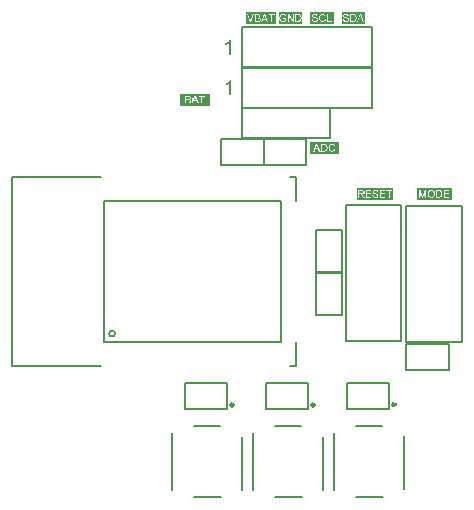
<source format=gto>
G04*
G04 #@! TF.GenerationSoftware,Altium Limited,Altium Designer,19.0.15 (446)*
G04*
G04 Layer_Color=65535*
%FSLAX44Y44*%
%MOMM*%
G71*
G01*
G75*
%ADD10C,0.3000*%
%ADD11C,0.1270*%
%ADD12C,0.2000*%
%ADD13C,0.1999*%
G36*
X507250Y560500D02*
X487250D01*
Y570500D01*
X507250D01*
Y560500D01*
D02*
G37*
G36*
X533750D02*
X513750D01*
Y570500D01*
X533750D01*
Y560500D01*
D02*
G37*
G36*
X560750D02*
X540750D01*
Y570500D01*
X560750D01*
Y560500D01*
D02*
G37*
G36*
X484750Y560250D02*
X459750D01*
Y570250D01*
X484750D01*
Y560250D01*
D02*
G37*
G36*
X429000Y491250D02*
X404000D01*
Y501250D01*
X429000D01*
Y491250D01*
D02*
G37*
G36*
X584000Y411500D02*
X554000D01*
Y421500D01*
X584000D01*
Y411500D01*
D02*
G37*
G36*
X634006D02*
X604006D01*
Y421500D01*
X634006D01*
Y411500D01*
D02*
G37*
G36*
X538500Y450500D02*
X513500D01*
Y460500D01*
X538500D01*
Y450500D01*
D02*
G37*
G36*
X446910Y534416D02*
X445362D01*
Y544269D01*
X445344Y544250D01*
X445252Y544178D01*
X445143Y544068D01*
X444961Y543941D01*
X444761Y543777D01*
X444506Y543595D01*
X444214Y543394D01*
X443887Y543194D01*
X443868D01*
X443850Y543176D01*
X443741Y543103D01*
X443559Y543012D01*
X443340Y542903D01*
X443085Y542775D01*
X442812Y542648D01*
X442539Y542520D01*
X442266Y542411D01*
Y543904D01*
X442284D01*
X442320Y543941D01*
X442393Y543959D01*
X442484Y544014D01*
X442594Y544068D01*
X442721Y544141D01*
X443031Y544323D01*
X443395Y544524D01*
X443759Y544779D01*
X444142Y545070D01*
X444524Y545379D01*
X444542Y545398D01*
X444561Y545416D01*
X444615Y545471D01*
X444688Y545525D01*
X444852Y545707D01*
X445070Y545926D01*
X445289Y546181D01*
X445526Y546472D01*
X445726Y546764D01*
X445908Y547073D01*
X446910D01*
Y534416D01*
D02*
G37*
G36*
X446947Y500126D02*
X445399D01*
Y509979D01*
X445381Y509960D01*
X445290Y509888D01*
X445180Y509778D01*
X444998Y509651D01*
X444798Y509487D01*
X444543Y509305D01*
X444252Y509104D01*
X443924Y508904D01*
X443905D01*
X443887Y508886D01*
X443778Y508813D01*
X443596Y508722D01*
X443377Y508613D01*
X443122Y508485D01*
X442849Y508358D01*
X442576Y508230D01*
X442303Y508121D01*
Y509614D01*
X442321D01*
X442357Y509651D01*
X442430Y509669D01*
X442521Y509724D01*
X442631Y509778D01*
X442758Y509851D01*
X443068Y510033D01*
X443432Y510233D01*
X443796Y510489D01*
X444179Y510780D01*
X444561Y511090D01*
X444579Y511108D01*
X444598Y511126D01*
X444652Y511181D01*
X444725Y511235D01*
X444889Y511417D01*
X445107Y511636D01*
X445326Y511891D01*
X445563Y512182D01*
X445763Y512474D01*
X445945Y512783D01*
X446947D01*
Y500126D01*
D02*
G37*
%LPC*%
G36*
X493718Y568810D02*
X487792D01*
X490815D01*
X490649Y568791D01*
X490325Y568745D01*
X490177Y568717D01*
X490038Y568680D01*
X489909Y568653D01*
X489789Y568616D01*
X489678Y568579D01*
X489585Y568542D01*
X489502Y568505D01*
X489428Y568477D01*
X489373Y568449D01*
X489336Y568431D01*
X489308Y568422D01*
X489299Y568412D01*
X489169Y568329D01*
X489040Y568246D01*
X488818Y568052D01*
X488624Y567858D01*
X488467Y567654D01*
X488337Y567478D01*
X488291Y567405D01*
X488254Y567331D01*
X488217Y567275D01*
X488199Y567238D01*
X488189Y567210D01*
X488180Y567201D01*
X488051Y566896D01*
X487958Y566591D01*
X487884Y566295D01*
X487866Y566156D01*
X487838Y566027D01*
X487829Y565907D01*
X487810Y565805D01*
X487801Y565703D01*
Y565620D01*
X487792Y565555D01*
Y565463D01*
X487810Y565121D01*
X487856Y564797D01*
X487884Y564649D01*
X487912Y564511D01*
X487949Y564372D01*
X487986Y564252D01*
X488023Y564141D01*
X488060Y564048D01*
X488088Y563956D01*
X488115Y563891D01*
X488143Y563826D01*
X488162Y563790D01*
X488180Y563762D01*
Y563753D01*
X488346Y563484D01*
X488531Y563253D01*
X488726Y563050D01*
X488910Y562883D01*
X489086Y562754D01*
X489151Y562708D01*
X489216Y562662D01*
X489271Y562634D01*
X489308Y562606D01*
X489336Y562597D01*
X489345Y562588D01*
X489493Y562514D01*
X489641Y562458D01*
X489937Y562356D01*
X490223Y562292D01*
X490491Y562236D01*
X490612Y562227D01*
X490723Y562209D01*
X490824Y562199D01*
X490908D01*
X490972Y562190D01*
X491065D01*
X491324Y562199D01*
X491573Y562227D01*
X491804Y562273D01*
X492008Y562319D01*
X492091Y562338D01*
X492174Y562356D01*
X492248Y562384D01*
X492313Y562403D01*
X492359Y562421D01*
X492396Y562430D01*
X492415Y562440D01*
X492424D01*
X492673Y562541D01*
X492905Y562662D01*
X493126Y562791D01*
X493321Y562911D01*
X493404Y562967D01*
X493487Y563022D01*
X493552Y563068D01*
X493607Y563105D01*
X493653Y563142D01*
X493690Y563170D01*
X493709Y563179D01*
X493718Y563189D01*
Y562588D01*
Y566008D01*
Y565565D01*
X491000D01*
Y564807D01*
X492886D01*
Y563605D01*
X492775Y563512D01*
X492646Y563429D01*
X492507Y563355D01*
X492378Y563290D01*
X492267Y563235D01*
X492165Y563189D01*
X492128Y563170D01*
X492109Y563161D01*
X492091Y563152D01*
X492082D01*
X491888Y563087D01*
X491693Y563031D01*
X491518Y562994D01*
X491351Y562976D01*
X491213Y562957D01*
X491157D01*
X491102Y562948D01*
X491009D01*
X490778Y562957D01*
X490556Y562994D01*
X490353Y563041D01*
X490168Y563087D01*
X490020Y563142D01*
X489955Y563161D01*
X489909Y563179D01*
X489863Y563198D01*
X489835Y563216D01*
X489817Y563226D01*
X489807D01*
X489613Y563346D01*
X489437Y563475D01*
X489290Y563614D01*
X489169Y563753D01*
X489068Y563882D01*
X489003Y563984D01*
X488975Y564021D01*
X488966Y564048D01*
X488947Y564067D01*
Y564076D01*
X488855Y564307D01*
X488781Y564548D01*
X488735Y564788D01*
X488698Y565019D01*
X488689Y565121D01*
X488679Y565213D01*
X488670Y565306D01*
Y565380D01*
X488661Y565435D01*
Y565481D01*
Y565509D01*
Y565518D01*
X488670Y565777D01*
X488698Y566008D01*
X488735Y566230D01*
X488781Y566424D01*
X488800Y566508D01*
X488827Y566582D01*
X488846Y566646D01*
X488864Y566702D01*
X488883Y566748D01*
X488892Y566776D01*
X488901Y566794D01*
Y566804D01*
X488966Y566933D01*
X489031Y567053D01*
X489095Y567164D01*
X489160Y567257D01*
X489216Y567331D01*
X489262Y567395D01*
X489299Y567432D01*
X489308Y567442D01*
X489410Y567543D01*
X489521Y567636D01*
X489641Y567710D01*
X489752Y567784D01*
X489844Y567830D01*
X489918Y567876D01*
X489974Y567895D01*
X489992Y567904D01*
X490159Y567969D01*
X490325Y568015D01*
X490501Y568042D01*
X490658Y568070D01*
X490797Y568079D01*
X490852D01*
X490898Y568089D01*
X491000D01*
X491176Y568079D01*
X491342Y568061D01*
X491490Y568033D01*
X491619Y568005D01*
X491730Y567969D01*
X491814Y567941D01*
X491860Y567922D01*
X491878Y567913D01*
X492017Y567848D01*
X492137Y567774D01*
X492248Y567700D01*
X492331Y567626D01*
X492396Y567562D01*
X492452Y567515D01*
X492479Y567478D01*
X492489Y567469D01*
X492572Y567358D01*
X492636Y567229D01*
X492701Y567109D01*
X492757Y566979D01*
X492794Y566868D01*
X492821Y566785D01*
X492831Y566748D01*
X492840Y566720D01*
X492849Y566711D01*
Y566702D01*
X493616Y566905D01*
X493552Y567136D01*
X493469Y567340D01*
X493385Y567525D01*
X493311Y567673D01*
X493237Y567793D01*
X493182Y567876D01*
X493145Y567932D01*
X493126Y567950D01*
X492997Y568098D01*
X492858Y568218D01*
X492710Y568329D01*
X492572Y568422D01*
X492442Y568486D01*
X492341Y568542D01*
X492304Y568560D01*
X492276Y568569D01*
X492257Y568579D01*
X492248D01*
X492035Y568653D01*
X491814Y568708D01*
X491610Y568754D01*
X491416Y568782D01*
X491240Y568801D01*
X491166D01*
X491111Y568810D01*
X493718D01*
D01*
D02*
G37*
G36*
X506708Y568699D02*
X501420D01*
Y562301D01*
X503722D01*
X503935Y562310D01*
X504129Y562319D01*
X504304Y562338D01*
X504452Y562356D01*
X504582Y562375D01*
X504674Y562384D01*
X504702Y562393D01*
X504730Y562403D01*
X504748D01*
X504915Y562449D01*
X505062Y562504D01*
X505192Y562551D01*
X505303Y562606D01*
X505395Y562652D01*
X505460Y562689D01*
X505497Y562717D01*
X505516Y562726D01*
X505636Y562809D01*
X505737Y562911D01*
X505839Y563004D01*
X505922Y563096D01*
X505996Y563179D01*
X506052Y563244D01*
X506089Y563290D01*
X506098Y563309D01*
X506190Y563457D01*
X506283Y563614D01*
X506357Y563762D01*
X506412Y563910D01*
X506468Y564039D01*
X506505Y564141D01*
X506514Y564178D01*
X506523Y564206D01*
X506533Y564224D01*
Y564233D01*
X506588Y564455D01*
X506634Y564677D01*
X506662Y564890D01*
X506690Y565093D01*
X506699Y565269D01*
Y565343D01*
X506708Y565407D01*
Y565528D01*
D01*
X506699Y565842D01*
X506671Y566129D01*
X506625Y566388D01*
X506607Y566508D01*
X506579Y566609D01*
X506551Y566711D01*
X506533Y566794D01*
X506514Y566868D01*
X506486Y566933D01*
X506477Y566988D01*
X506459Y567025D01*
X506449Y567044D01*
Y567053D01*
X506348Y567294D01*
X506227Y567506D01*
X506098Y567691D01*
X505978Y567848D01*
X505867Y567978D01*
X505774Y568070D01*
X505737Y568098D01*
X505710Y568126D01*
X505700Y568135D01*
X505691Y568144D01*
X505543Y568264D01*
X505386Y568357D01*
X505229Y568440D01*
X505081Y568505D01*
X504952Y568551D01*
X504850Y568579D01*
X504813Y568597D01*
X504785D01*
X504767Y568606D01*
X504757D01*
X504600Y568634D01*
X504415Y568662D01*
X504230Y568680D01*
X504045Y568690D01*
X503879Y568699D01*
X506708D01*
D01*
D02*
G37*
G36*
X499996D02*
X494957D01*
Y562301D01*
X495771D01*
Y567321D01*
X499118Y562301D01*
X499996D01*
Y568699D01*
D02*
G37*
%LPD*%
G36*
X503870Y567932D02*
X503990D01*
X504101Y567922D01*
X504286Y567895D01*
X504434Y567876D01*
X504554Y567848D01*
X504637Y567821D01*
X504683Y567811D01*
X504702Y567802D01*
X504868Y567719D01*
X505026Y567617D01*
X505164Y567497D01*
X505284Y567377D01*
X505377Y567266D01*
X505451Y567173D01*
X505469Y567136D01*
X505488Y567109D01*
X505506Y567090D01*
Y567081D01*
X505562Y566979D01*
X505617Y566859D01*
X505700Y566619D01*
X505756Y566360D01*
X505802Y566110D01*
X505811Y565999D01*
X505821Y565888D01*
X505830Y565796D01*
Y565713D01*
X505839Y565639D01*
Y565592D01*
Y565555D01*
Y565546D01*
X505830Y565287D01*
X505811Y565047D01*
X505784Y564834D01*
X505756Y564649D01*
X505737Y564575D01*
X505719Y564511D01*
X505700Y564446D01*
X505691Y564400D01*
X505682Y564363D01*
X505673Y564335D01*
X505663Y564316D01*
Y564307D01*
X505599Y564132D01*
X505525Y563974D01*
X505442Y563836D01*
X505368Y563716D01*
X505303Y563623D01*
X505247Y563558D01*
X505210Y563521D01*
X505201Y563503D01*
X505109Y563429D01*
X505016Y563364D01*
X504924Y563309D01*
X504831Y563253D01*
X504748Y563216D01*
X504683Y563189D01*
X504637Y563179D01*
X504619Y563170D01*
X504480Y563133D01*
X504314Y563105D01*
X504147Y563087D01*
X503990Y563078D01*
X503851Y563068D01*
X503787Y563059D01*
X502270D01*
Y567941D01*
X503750D01*
X503870Y567932D01*
D02*
G37*
G36*
X499182Y563669D02*
X495826Y568699D01*
X499182D01*
Y563669D01*
D02*
G37*
%LPC*%
G36*
X518022Y568810D02*
X515415D01*
X517902D01*
X517662Y568801D01*
X517449Y568773D01*
X517246Y568736D01*
X517070Y568699D01*
X516931Y568662D01*
X516867Y568643D01*
X516820Y568625D01*
X516783Y568606D01*
X516756Y568597D01*
X516737Y568588D01*
X516728D01*
X516543Y568496D01*
X516377Y568394D01*
X516238Y568283D01*
X516127Y568181D01*
X516044Y568089D01*
X515979Y568015D01*
X515933Y567959D01*
X515924Y567950D01*
Y567941D01*
X515831Y567784D01*
X515766Y567626D01*
X515720Y567469D01*
X515692Y567331D01*
X515674Y567210D01*
X515656Y567118D01*
Y567081D01*
Y567053D01*
Y567044D01*
Y567035D01*
X515665Y566878D01*
X515692Y566730D01*
X515729Y566591D01*
X515766Y566471D01*
X515803Y566378D01*
X515840Y566304D01*
X515868Y566258D01*
X515877Y566240D01*
X515970Y566110D01*
X516081Y565990D01*
X516192Y565888D01*
X516303Y565805D01*
X516395Y565731D01*
X516478Y565685D01*
X516534Y565648D01*
X516543Y565639D01*
X516552D01*
X516626Y565602D01*
X516710Y565565D01*
X516894Y565500D01*
X517107Y565435D01*
X517310Y565370D01*
X517495Y565315D01*
X517579Y565297D01*
X517653Y565278D01*
X517708Y565260D01*
X517754Y565250D01*
X517782Y565241D01*
X517791D01*
X517948Y565204D01*
X518096Y565167D01*
X518226Y565130D01*
X518337Y565102D01*
X518448Y565075D01*
X518540Y565047D01*
X518623Y565028D01*
X518688Y565001D01*
X518753Y564982D01*
X518799Y564973D01*
X518873Y564945D01*
X518919Y564936D01*
X518928Y564927D01*
X519067Y564871D01*
X519187Y564807D01*
X519289Y564742D01*
X519363Y564686D01*
X519428Y564631D01*
X519465Y564594D01*
X519492Y564566D01*
X519502Y564557D01*
X519566Y564474D01*
X519613Y564381D01*
X519640Y564289D01*
X519668Y564215D01*
X519677Y564141D01*
X519687Y564085D01*
Y564039D01*
Y564030D01*
X519677Y563919D01*
X519659Y563817D01*
X519631Y563725D01*
X519594Y563651D01*
X519557Y563577D01*
X519529Y563531D01*
X519511Y563494D01*
X519502Y563484D01*
X519428Y563392D01*
X519335Y563318D01*
X519243Y563253D01*
X519160Y563189D01*
X519076Y563152D01*
X519012Y563115D01*
X518965Y563096D01*
X518947Y563087D01*
X518808Y563041D01*
X518660Y563004D01*
X518512Y562985D01*
X518383Y562967D01*
X518272Y562957D01*
X518180Y562948D01*
X518096D01*
X517893Y562957D01*
X517708Y562976D01*
X517542Y563004D01*
X517394Y563041D01*
X517273Y563078D01*
X517181Y563105D01*
X517153Y563115D01*
X517126Y563124D01*
X517116Y563133D01*
X517107D01*
X516959Y563207D01*
X516820Y563290D01*
X516719Y563373D01*
X516626Y563457D01*
X516552Y563521D01*
X516506Y563586D01*
X516478Y563623D01*
X516469Y563632D01*
X516404Y563753D01*
X516340Y563882D01*
X516303Y564021D01*
X516266Y564141D01*
X516238Y564261D01*
X516219Y564344D01*
Y564381D01*
X516210Y564409D01*
Y564418D01*
Y564427D01*
X515415Y564353D01*
X515434Y564122D01*
X515471Y563900D01*
X515526Y563706D01*
X515591Y563531D01*
X515656Y563392D01*
X515683Y563336D01*
X515702Y563290D01*
X515729Y563253D01*
X515739Y563226D01*
X515757Y563207D01*
Y563198D01*
X515896Y563022D01*
X516044Y562865D01*
X516201Y562736D01*
X516349Y562625D01*
X516478Y562541D01*
X516589Y562486D01*
X516626Y562467D01*
X516654Y562449D01*
X516673Y562440D01*
X516682D01*
X516913Y562356D01*
X517153Y562292D01*
X517394Y562255D01*
X517625Y562218D01*
X517736Y562209D01*
X517828Y562199D01*
X517911D01*
X517985Y562190D01*
X515415D01*
X520500D01*
Y564095D01*
X520491Y564280D01*
X520463Y564455D01*
X520417Y564612D01*
X520371Y564742D01*
X520315Y564853D01*
X520278Y564936D01*
X520241Y564982D01*
X520232Y565001D01*
X520121Y565139D01*
X519992Y565269D01*
X519853Y565380D01*
X519714Y565481D01*
X519594Y565555D01*
X519492Y565611D01*
X519455Y565629D01*
X519428Y565648D01*
X519409Y565657D01*
X519400D01*
X519326Y565694D01*
X519234Y565722D01*
X519132Y565759D01*
X519021Y565796D01*
X518790Y565861D01*
X518549Y565925D01*
X518438Y565953D01*
X518337Y565981D01*
X518235Y566008D01*
X518152Y566027D01*
X518087Y566045D01*
X518032Y566055D01*
X517995Y566064D01*
X517985D01*
X517800Y566110D01*
X517634Y566147D01*
X517486Y566193D01*
X517357Y566230D01*
X517237Y566277D01*
X517135Y566314D01*
X517042Y566351D01*
X516959Y566378D01*
X516894Y566415D01*
X516839Y566443D01*
X516802Y566461D01*
X516765Y566489D01*
X516719Y566517D01*
X516710Y566526D01*
X516626Y566619D01*
X516571Y566711D01*
X516525Y566804D01*
X516497Y566896D01*
X516478Y566970D01*
X516469Y567035D01*
Y567072D01*
Y567090D01*
X516488Y567238D01*
X516525Y567368D01*
X516580Y567478D01*
X516645Y567580D01*
X516700Y567654D01*
X516756Y567719D01*
X516793Y567756D01*
X516811Y567765D01*
X516885Y567811D01*
X516959Y567858D01*
X517135Y567932D01*
X517320Y567978D01*
X517505Y568015D01*
X517671Y568033D01*
X517745Y568042D01*
X517800Y568052D01*
X517930D01*
X518189Y568042D01*
X518420Y568005D01*
X518605Y567950D01*
X518762Y567895D01*
X518882Y567839D01*
X518975Y567784D01*
X519021Y567747D01*
X519039Y567737D01*
X519169Y567608D01*
X519271Y567469D01*
X519354Y567321D01*
X519409Y567173D01*
X519446Y567035D01*
X519474Y566933D01*
X519483Y566887D01*
X519492Y566859D01*
Y566841D01*
Y566831D01*
X520306Y566896D01*
X520288Y567099D01*
X520241Y567284D01*
X520195Y567460D01*
X520130Y567608D01*
X520075Y567728D01*
X520029Y567821D01*
X520010Y567848D01*
X519992Y567876D01*
X519982Y567885D01*
Y567895D01*
X519862Y568052D01*
X519733Y568190D01*
X519594Y568311D01*
X519455Y568403D01*
X519335Y568486D01*
X519243Y568532D01*
X519206Y568551D01*
X519178Y568569D01*
X519160Y568579D01*
X519150D01*
X518947Y568653D01*
X518725Y568708D01*
X518522Y568754D01*
X518327Y568782D01*
X518152Y568801D01*
X518087D01*
X518022Y568810D01*
D02*
G37*
G36*
X524522D02*
X524430D01*
X524124Y568791D01*
X523829Y568745D01*
X523570Y568690D01*
X523450Y568653D01*
X523339Y568616D01*
X523237Y568579D01*
X523144Y568542D01*
X523070Y568514D01*
X522996Y568486D01*
X522950Y568459D01*
X522913Y568440D01*
X522886Y568431D01*
X522876Y568422D01*
X522627Y568264D01*
X522414Y568079D01*
X522229Y567895D01*
X522072Y567710D01*
X521952Y567543D01*
X521906Y567469D01*
X521869Y567405D01*
X521832Y567358D01*
X521813Y567321D01*
X521804Y567294D01*
X521795Y567284D01*
X521665Y566998D01*
X521573Y566702D01*
X521508Y566406D01*
X521462Y566138D01*
X521443Y566018D01*
X521434Y565897D01*
X521425Y565805D01*
Y565713D01*
X521415Y565648D01*
Y565546D01*
X521434Y565213D01*
X521471Y564890D01*
X521517Y564603D01*
X521554Y564464D01*
X521582Y564344D01*
X521610Y564233D01*
X521647Y564132D01*
X521674Y564039D01*
X521693Y563965D01*
X521721Y563910D01*
X521730Y563863D01*
X521748Y563836D01*
Y563826D01*
X521887Y563549D01*
X522044Y563299D01*
X522211Y563087D01*
X522294Y563004D01*
X522368Y562920D01*
X522442Y562846D01*
X522516Y562782D01*
X522580Y562726D01*
X522636Y562689D01*
X522673Y562652D01*
X522710Y562625D01*
X522728Y562615D01*
X522738Y562606D01*
X522867Y562532D01*
X522996Y562467D01*
X523274Y562366D01*
X523551Y562292D01*
X523819Y562245D01*
X523949Y562227D01*
X524060Y562209D01*
X524161Y562199D01*
X524245D01*
X524319Y562190D01*
X521415D01*
X524420D01*
X524605Y562199D01*
X524781Y562218D01*
X524947Y562236D01*
X525104Y562273D01*
X525252Y562319D01*
X525391Y562366D01*
X525521Y562412D01*
X525641Y562467D01*
X525742Y562514D01*
X525844Y562560D01*
X525918Y562606D01*
X525992Y562652D01*
X526038Y562689D01*
X526085Y562708D01*
X526103Y562726D01*
X526112Y562736D01*
X526242Y562846D01*
X526353Y562957D01*
X526454Y563087D01*
X526556Y563216D01*
X526722Y563475D01*
X526852Y563734D01*
X526907Y563854D01*
X526954Y563965D01*
X526991Y564067D01*
X527018Y564150D01*
X527046Y564224D01*
X527065Y564280D01*
X527074Y564316D01*
Y562541D01*
Y564353D01*
Y564326D01*
X526223Y564538D01*
X526186Y564390D01*
X526140Y564252D01*
X526094Y564122D01*
X526048Y564002D01*
X525992Y563891D01*
X525937Y563799D01*
X525872Y563706D01*
X525816Y563623D01*
X525770Y563549D01*
X525715Y563494D01*
X525668Y563438D01*
X525631Y563392D01*
X525594Y563364D01*
X525567Y563336D01*
X525558Y563327D01*
X525548Y563318D01*
X525456Y563244D01*
X525354Y563189D01*
X525151Y563087D01*
X524957Y563013D01*
X524762Y562967D01*
X524596Y562930D01*
X524531Y562920D01*
X524467D01*
X524411Y562911D01*
X524346D01*
X524134Y562920D01*
X523930Y562957D01*
X523745Y563004D01*
X523579Y563059D01*
X523450Y563115D01*
X523394Y563142D01*
X523348Y563161D01*
X523311Y563179D01*
X523283Y563198D01*
X523265Y563207D01*
X523255D01*
X523080Y563336D01*
X522932Y563475D01*
X522802Y563632D01*
X522701Y563780D01*
X522617Y563910D01*
X522562Y564021D01*
X522543Y564067D01*
X522525Y564095D01*
X522516Y564113D01*
Y564122D01*
X522442Y564363D01*
X522386Y564603D01*
X522340Y564843D01*
X522312Y565065D01*
X522303Y565167D01*
X522294Y565260D01*
Y565343D01*
X522285Y565407D01*
Y565463D01*
Y565509D01*
Y565537D01*
Y565546D01*
X522294Y565787D01*
X522312Y566008D01*
X522349Y566212D01*
X522386Y566397D01*
X522414Y566554D01*
X522433Y566619D01*
X522451Y566674D01*
X522460Y566720D01*
X522469Y566748D01*
X522479Y566767D01*
Y566776D01*
X522571Y566988D01*
X522673Y567183D01*
X522784Y567340D01*
X522904Y567478D01*
X523006Y567589D01*
X523089Y567663D01*
X523154Y567710D01*
X523163Y567728D01*
X523172D01*
X523366Y567848D01*
X523579Y567941D01*
X523782Y568005D01*
X523977Y568042D01*
X524152Y568070D01*
X524226Y568079D01*
X524291D01*
X524337Y568089D01*
X524411D01*
X524642Y568079D01*
X524855Y568042D01*
X525031Y567987D01*
X525188Y567932D01*
X525308Y567867D01*
X525400Y567821D01*
X525456Y567784D01*
X525474Y567765D01*
X525622Y567626D01*
X525761Y567469D01*
X525872Y567303D01*
X525964Y567136D01*
X526038Y566988D01*
X526066Y566915D01*
X526085Y566859D01*
X526103Y566813D01*
X526121Y566776D01*
X526131Y566757D01*
Y566748D01*
X526963Y566942D01*
X526907Y567109D01*
X526852Y567257D01*
X526778Y567395D01*
X526713Y567534D01*
X526639Y567654D01*
X526556Y567765D01*
X526482Y567876D01*
X526408Y567969D01*
X526334Y568042D01*
X526269Y568116D01*
X526205Y568181D01*
X526158Y568227D01*
X526112Y568274D01*
X526075Y568301D01*
X526057Y568311D01*
X526048Y568320D01*
X525918Y568403D01*
X525789Y568486D01*
X525659Y568551D01*
X525521Y568606D01*
X525243Y568690D01*
X524994Y568745D01*
X524873Y568773D01*
X524772Y568782D01*
X524670Y568791D01*
X524587Y568801D01*
X524522Y568810D01*
D02*
G37*
G36*
X532085Y568699D02*
X528082D01*
Y562301D01*
X532085D01*
Y563078D01*
Y563059D01*
X528932D01*
Y568699D01*
X532085D01*
D02*
G37*
%LPD*%
G36*
X520500Y562190D02*
X518133D01*
X518383Y562199D01*
X518614Y562227D01*
X518827Y562273D01*
X519002Y562319D01*
X519150Y562356D01*
X519215Y562384D01*
X519271Y562403D01*
X519308Y562421D01*
X519335Y562430D01*
X519354Y562440D01*
X519363D01*
X519557Y562541D01*
X519724Y562652D01*
X519871Y562772D01*
X519992Y562883D01*
X520084Y562976D01*
X520149Y563059D01*
X520195Y563115D01*
X520204Y563124D01*
Y563133D01*
X520306Y563309D01*
X520380Y563475D01*
X520426Y563632D01*
X520463Y563780D01*
X520482Y563910D01*
X520500Y564011D01*
Y562190D01*
D02*
G37*
%LPC*%
G36*
X544366Y568810D02*
X541759D01*
X544246D01*
X544005Y568801D01*
X543793Y568773D01*
X543589Y568736D01*
X543414Y568699D01*
X543275Y568662D01*
X543210Y568643D01*
X543164Y568625D01*
X543127Y568606D01*
X543099Y568597D01*
X543081Y568588D01*
X543072D01*
X542887Y568496D01*
X542720Y568394D01*
X542581Y568283D01*
X542471Y568181D01*
X542387Y568089D01*
X542323Y568015D01*
X542276Y567959D01*
X542267Y567950D01*
Y567941D01*
X542175Y567784D01*
X542110Y567626D01*
X542064Y567469D01*
X542036Y567331D01*
X542018Y567210D01*
X541999Y567118D01*
Y567081D01*
Y567053D01*
Y567044D01*
Y567035D01*
X542008Y566878D01*
X542036Y566730D01*
X542073Y566591D01*
X542110Y566471D01*
X542147Y566378D01*
X542184Y566304D01*
X542212Y566258D01*
X542221Y566240D01*
X542313Y566110D01*
X542424Y565990D01*
X542535Y565888D01*
X542646Y565805D01*
X542739Y565731D01*
X542822Y565685D01*
X542877Y565648D01*
X542887Y565639D01*
X542896D01*
X542970Y565602D01*
X543053Y565565D01*
X543238Y565500D01*
X543451Y565435D01*
X543654Y565370D01*
X543839Y565315D01*
X543922Y565297D01*
X543996Y565278D01*
X544052Y565260D01*
X544098Y565250D01*
X544126Y565241D01*
X544135D01*
X544292Y565204D01*
X544440Y565167D01*
X544569Y565130D01*
X544680Y565102D01*
X544791Y565075D01*
X544884Y565047D01*
X544967Y565028D01*
X545032Y565001D01*
X545096Y564982D01*
X545143Y564973D01*
X545216Y564945D01*
X545263Y564936D01*
X545272Y564927D01*
X545411Y564871D01*
X545531Y564807D01*
X545633Y564742D01*
X545706Y564686D01*
X545771Y564631D01*
X545808Y564594D01*
X545836Y564566D01*
X545845Y564557D01*
X545910Y564474D01*
X545956Y564381D01*
X545984Y564289D01*
X546012Y564215D01*
X546021Y564141D01*
X546030Y564085D01*
Y564039D01*
Y564030D01*
X546021Y563919D01*
X546002Y563817D01*
X545975Y563725D01*
X545938Y563651D01*
X545901Y563577D01*
X545873Y563531D01*
X545854Y563494D01*
X545845Y563484D01*
X545771Y563392D01*
X545679Y563318D01*
X545586Y563253D01*
X545503Y563189D01*
X545420Y563152D01*
X545355Y563115D01*
X545309Y563096D01*
X545290Y563087D01*
X545152Y563041D01*
X545004Y563004D01*
X544856Y562985D01*
X544726Y562967D01*
X544616Y562957D01*
X544523Y562948D01*
X544440D01*
X544236Y562957D01*
X544052Y562976D01*
X543885Y563004D01*
X543737Y563041D01*
X543617Y563078D01*
X543525Y563105D01*
X543497Y563115D01*
X543469Y563124D01*
X543460Y563133D01*
X543451D01*
X543303Y563207D01*
X543164Y563290D01*
X543062Y563373D01*
X542970Y563457D01*
X542896Y563521D01*
X542850Y563586D01*
X542822Y563623D01*
X542813Y563632D01*
X542748Y563753D01*
X542683Y563882D01*
X542646Y564021D01*
X542609Y564141D01*
X542581Y564261D01*
X542563Y564344D01*
Y564381D01*
X542554Y564409D01*
Y564418D01*
Y564427D01*
X541759Y564353D01*
X541777Y564122D01*
X541814Y563900D01*
X541870Y563706D01*
X541934Y563531D01*
X541999Y563392D01*
X542027Y563336D01*
X542045Y563290D01*
X542073Y563253D01*
X542082Y563226D01*
X542101Y563207D01*
Y563198D01*
X542239Y563022D01*
X542387Y562865D01*
X542545Y562736D01*
X542692Y562625D01*
X542822Y562541D01*
X542933Y562486D01*
X542970Y562467D01*
X542998Y562449D01*
X543016Y562440D01*
X543025D01*
X543256Y562356D01*
X543497Y562292D01*
X543737Y562255D01*
X543968Y562218D01*
X544079Y562209D01*
X544172Y562199D01*
X544255D01*
X544329Y562190D01*
X541759D01*
X546844D01*
Y564095D01*
X546834Y564280D01*
X546807Y564455D01*
X546760Y564612D01*
X546714Y564742D01*
X546659Y564853D01*
X546622Y564936D01*
X546585Y564982D01*
X546576Y565001D01*
X546465Y565139D01*
X546335Y565269D01*
X546197Y565380D01*
X546058Y565481D01*
X545938Y565555D01*
X545836Y565611D01*
X545799Y565629D01*
X545771Y565648D01*
X545753Y565657D01*
X545743D01*
X545670Y565694D01*
X545577Y565722D01*
X545475Y565759D01*
X545364Y565796D01*
X545133Y565861D01*
X544893Y565925D01*
X544782Y565953D01*
X544680Y565981D01*
X544579Y566008D01*
X544495Y566027D01*
X544431Y566045D01*
X544375Y566055D01*
X544338Y566064D01*
X544329D01*
X544144Y566110D01*
X543978Y566147D01*
X543830Y566193D01*
X543700Y566230D01*
X543580Y566277D01*
X543478Y566314D01*
X543386Y566351D01*
X543303Y566378D01*
X543238Y566415D01*
X543182Y566443D01*
X543145Y566461D01*
X543108Y566489D01*
X543062Y566517D01*
X543053Y566526D01*
X542970Y566619D01*
X542914Y566711D01*
X542868Y566804D01*
X542840Y566896D01*
X542822Y566970D01*
X542813Y567035D01*
Y567072D01*
Y567090D01*
X542831Y567238D01*
X542868Y567368D01*
X542924Y567478D01*
X542988Y567580D01*
X543044Y567654D01*
X543099Y567719D01*
X543136Y567756D01*
X543155Y567765D01*
X543229Y567811D01*
X543303Y567858D01*
X543478Y567932D01*
X543663Y567978D01*
X543848Y568015D01*
X544015Y568033D01*
X544089Y568042D01*
X544144Y568052D01*
X544273D01*
X544532Y568042D01*
X544763Y568005D01*
X544948Y567950D01*
X545106Y567895D01*
X545226Y567839D01*
X545318Y567784D01*
X545364Y567747D01*
X545383Y567737D01*
X545512Y567608D01*
X545614Y567469D01*
X545697Y567321D01*
X545753Y567173D01*
X545790Y567035D01*
X545817Y566933D01*
X545827Y566887D01*
X545836Y566859D01*
Y566841D01*
Y566831D01*
X546650Y566896D01*
X546631Y567099D01*
X546585Y567284D01*
X546539Y567460D01*
X546474Y567608D01*
X546418Y567728D01*
X546372Y567821D01*
X546354Y567848D01*
X546335Y567876D01*
X546326Y567885D01*
Y567895D01*
X546206Y568052D01*
X546076Y568190D01*
X545938Y568311D01*
X545799Y568403D01*
X545679Y568486D01*
X545586Y568532D01*
X545549Y568551D01*
X545522Y568569D01*
X545503Y568579D01*
X545494D01*
X545290Y568653D01*
X545069Y568708D01*
X544865Y568754D01*
X544671Y568782D01*
X544495Y568801D01*
X544431D01*
X544366Y568810D01*
D02*
G37*
G36*
X559741Y568699D02*
X553759D01*
X556200D01*
X553759Y562301D01*
X554830D01*
X554656D01*
X555350Y564243D01*
X558031D01*
X558780Y562301D01*
X559741D01*
X557125Y568699D01*
X559741D01*
D02*
G37*
G36*
X553297D02*
X548009D01*
Y562301D01*
X550311D01*
X550523Y562310D01*
X550718Y562319D01*
X550893Y562338D01*
X551041Y562356D01*
X551171Y562375D01*
X551263Y562384D01*
X551291Y562393D01*
X551319Y562403D01*
X551337D01*
X551503Y562449D01*
X551651Y562504D01*
X551781Y562551D01*
X551892Y562606D01*
X551984Y562652D01*
X552049Y562689D01*
X552086Y562717D01*
X552104Y562726D01*
X552225Y562809D01*
X552326Y562911D01*
X552428Y563004D01*
X552511Y563096D01*
X552585Y563179D01*
X552641Y563244D01*
X552678Y563290D01*
X552687Y563309D01*
X552779Y563457D01*
X552872Y563614D01*
X552946Y563762D01*
X553001Y563910D01*
X553057Y564039D01*
X553094Y564141D01*
X553103Y564178D01*
X553112Y564206D01*
X553121Y564224D01*
Y564233D01*
X553177Y564455D01*
X553223Y564677D01*
X553251Y564890D01*
X553279Y565093D01*
X553288Y565269D01*
Y565343D01*
X553297Y565407D01*
Y565528D01*
X553288Y565842D01*
X553260Y566129D01*
X553214Y566388D01*
X553195Y566508D01*
X553168Y566609D01*
X553140Y566711D01*
X553121Y566794D01*
X553103Y566868D01*
X553075Y566933D01*
X553066Y566988D01*
X553047Y567025D01*
X553038Y567044D01*
Y567053D01*
X552937Y567294D01*
X552816Y567506D01*
X552687Y567691D01*
X552567Y567848D01*
X552456Y567978D01*
X552363Y568070D01*
X552326Y568098D01*
X552299Y568126D01*
X552289Y568135D01*
X552280Y568144D01*
X552132Y568264D01*
X551975Y568357D01*
X551818Y568440D01*
X551670Y568505D01*
X551540Y568551D01*
X551439Y568579D01*
X551402Y568597D01*
X551374D01*
X551356Y568606D01*
X551346D01*
X551189Y568634D01*
X551004Y568662D01*
X550819Y568680D01*
X550634Y568690D01*
X550468Y568699D01*
X553297D01*
D01*
D02*
G37*
%LPD*%
G36*
X546844Y562190D02*
X544477D01*
X544726Y562199D01*
X544958Y562227D01*
X545170Y562273D01*
X545346Y562319D01*
X545494Y562356D01*
X545559Y562384D01*
X545614Y562403D01*
X545651Y562421D01*
X545679Y562430D01*
X545697Y562440D01*
X545706D01*
X545901Y562541D01*
X546067Y562652D01*
X546215Y562772D01*
X546335Y562883D01*
X546428Y562976D01*
X546492Y563059D01*
X546539Y563115D01*
X546548Y563124D01*
Y563133D01*
X546650Y563309D01*
X546724Y563475D01*
X546770Y563632D01*
X546807Y563780D01*
X546825Y563910D01*
X546844Y564011D01*
Y562190D01*
D02*
G37*
G36*
X556709Y567821D02*
X556783Y567599D01*
X556857Y567377D01*
X556931Y567164D01*
X556968Y567072D01*
X556995Y566979D01*
X557023Y566896D01*
X557051Y566831D01*
X557069Y566776D01*
X557088Y566730D01*
X557097Y566702D01*
Y566693D01*
X557763Y564936D01*
X555599D01*
X556293Y566804D01*
X556376Y567035D01*
X556441Y567257D01*
X556505Y567460D01*
X556552Y567645D01*
X556589Y567802D01*
X556607Y567867D01*
X556616Y567932D01*
X556635Y567969D01*
Y568005D01*
X556644Y568024D01*
Y568033D01*
X556709Y567821D01*
D02*
G37*
G36*
X550459Y567932D02*
X550579D01*
X550690Y567922D01*
X550875Y567895D01*
X551023Y567876D01*
X551143Y567848D01*
X551226Y567821D01*
X551272Y567811D01*
X551291Y567802D01*
X551457Y567719D01*
X551614Y567617D01*
X551753Y567497D01*
X551873Y567377D01*
X551966Y567266D01*
X552040Y567173D01*
X552058Y567136D01*
X552077Y567109D01*
X552095Y567090D01*
Y567081D01*
X552151Y566979D01*
X552206Y566859D01*
X552289Y566619D01*
X552345Y566360D01*
X552391Y566110D01*
X552400Y565999D01*
X552410Y565888D01*
X552419Y565796D01*
Y565713D01*
X552428Y565639D01*
Y565592D01*
Y565555D01*
Y565546D01*
X552419Y565287D01*
X552400Y565047D01*
X552373Y564834D01*
X552345Y564649D01*
X552326Y564575D01*
X552308Y564511D01*
X552289Y564446D01*
X552280Y564400D01*
X552271Y564363D01*
X552262Y564335D01*
X552252Y564316D01*
Y564307D01*
X552188Y564132D01*
X552114Y563974D01*
X552030Y563836D01*
X551957Y563716D01*
X551892Y563623D01*
X551836Y563558D01*
X551799Y563521D01*
X551790Y563503D01*
X551698Y563429D01*
X551605Y563364D01*
X551513Y563309D01*
X551420Y563253D01*
X551337Y563216D01*
X551272Y563189D01*
X551226Y563179D01*
X551208Y563170D01*
X551069Y563133D01*
X550903Y563105D01*
X550736Y563087D01*
X550579Y563078D01*
X550440Y563068D01*
X550376Y563059D01*
X548859D01*
Y567941D01*
X550339D01*
X550459Y567932D01*
D02*
G37*
%LPC*%
G36*
X466532Y568449D02*
X465672D01*
X463934Y563798D01*
X463860Y563604D01*
X463795Y563419D01*
X463739Y563244D01*
X463693Y563087D01*
X463647Y562948D01*
X463619Y562846D01*
X463610Y562809D01*
X463601Y562781D01*
X463591Y562763D01*
Y562754D01*
X463481Y563124D01*
X463425Y563299D01*
X463370Y563456D01*
X463323Y563595D01*
X463305Y563651D01*
X463296Y563706D01*
X463277Y563743D01*
X463268Y563771D01*
X463259Y563789D01*
Y563798D01*
X461595Y568449D01*
X465518D01*
X460670D01*
X463148Y562051D01*
X464035D01*
X466532Y568449D01*
D02*
G37*
G36*
X483812D02*
X478745D01*
Y567691D01*
X480853D01*
Y562051D01*
X483812D01*
Y568449D01*
D02*
G37*
G36*
X478542D02*
X472560D01*
X475001D01*
X472560Y562051D01*
X473630D01*
X473457D01*
X474150Y563993D01*
X476831D01*
X477580Y562051D01*
X478542D01*
X475925Y568449D01*
X478542D01*
D02*
G37*
G36*
X469777D02*
X467262D01*
Y562051D01*
X472098D01*
X469703D01*
X469925Y562060D01*
X470119Y562070D01*
X470295Y562088D01*
X470443Y562107D01*
X470563Y562125D01*
X470655Y562134D01*
X470711Y562153D01*
X470729D01*
X470886Y562199D01*
X471016Y562245D01*
X471136Y562301D01*
X471238Y562356D01*
X471321Y562393D01*
X471385Y562430D01*
X471423Y562458D01*
X471432Y562467D01*
X471534Y562550D01*
X471626Y562652D01*
X471700Y562754D01*
X471774Y562846D01*
X471829Y562939D01*
X471866Y563003D01*
X471894Y563050D01*
X471903Y563068D01*
X471968Y563216D01*
X472014Y563364D01*
X472051Y563503D01*
X472070Y563632D01*
X472088Y563743D01*
X472098Y563835D01*
Y563909D01*
X472088Y564113D01*
X472051Y564298D01*
X471996Y564455D01*
X471940Y564603D01*
X471885Y564714D01*
X471829Y564797D01*
X471792Y564852D01*
X471783Y564871D01*
X471654Y565019D01*
X471515Y565139D01*
X471358Y565241D01*
X471219Y565324D01*
X471090Y565389D01*
X470979Y565426D01*
X470942Y565444D01*
X470914Y565453D01*
X470896Y565463D01*
X470886D01*
X471044Y565555D01*
X471182Y565648D01*
X471293Y565749D01*
X471385Y565842D01*
X471460Y565916D01*
X471515Y565990D01*
X471543Y566027D01*
X471552Y566045D01*
X471626Y566184D01*
X471681Y566313D01*
X471728Y566443D01*
X471755Y566563D01*
X471774Y566665D01*
X471783Y566748D01*
Y566794D01*
Y566813D01*
X471774Y566970D01*
X471746Y567127D01*
X471700Y567266D01*
X471654Y567395D01*
X471607Y567506D01*
X471561Y567580D01*
X471534Y567635D01*
X471524Y567654D01*
X471423Y567793D01*
X471312Y567922D01*
X471191Y568024D01*
X471080Y568107D01*
X470988Y568172D01*
X470905Y568218D01*
X470849Y568246D01*
X470840Y568255D01*
X470831D01*
X470655Y568320D01*
X470461Y568366D01*
X470267Y568403D01*
X470082Y568421D01*
X469916Y568440D01*
X469841D01*
X469777Y568449D01*
D02*
G37*
%LPD*%
G36*
X483812Y562051D02*
X481704D01*
Y567691D01*
X483812D01*
Y562051D01*
D02*
G37*
G36*
X475509Y567571D02*
X475583Y567349D01*
X475657Y567127D01*
X475731Y566914D01*
X475768Y566822D01*
X475796Y566729D01*
X475823Y566646D01*
X475851Y566581D01*
X475870Y566526D01*
X475888Y566480D01*
X475897Y566452D01*
Y566443D01*
X476563Y564686D01*
X474400D01*
X475093Y566554D01*
X475176Y566785D01*
X475241Y567007D01*
X475306Y567210D01*
X475352Y567395D01*
X475389Y567552D01*
X475407Y567617D01*
X475417Y567682D01*
X475435Y567719D01*
Y567756D01*
X475444Y567774D01*
Y567783D01*
X475509Y567571D01*
D02*
G37*
G36*
X469832Y567672D02*
X469990Y567663D01*
X470128Y567645D01*
X470230Y567626D01*
X470295Y567617D01*
X470341Y567598D01*
X470350D01*
X470452Y567561D01*
X470544Y567506D01*
X470618Y567450D01*
X470683Y567395D01*
X470729Y567349D01*
X470766Y567303D01*
X470785Y567275D01*
X470794Y567266D01*
X470849Y567173D01*
X470886Y567081D01*
X470914Y566988D01*
X470933Y566896D01*
X470942Y566822D01*
X470951Y566766D01*
Y566729D01*
Y566711D01*
X470942Y566591D01*
X470923Y566480D01*
X470896Y566387D01*
X470868Y566313D01*
X470840Y566249D01*
X470812Y566193D01*
X470794Y566165D01*
X470785Y566156D01*
X470720Y566082D01*
X470637Y566008D01*
X470553Y565953D01*
X470480Y565916D01*
X470406Y565879D01*
X470350Y565851D01*
X470313Y565842D01*
X470295Y565832D01*
X470193Y565814D01*
X470063Y565796D01*
X469934Y565786D01*
X469804Y565777D01*
X469684Y565768D01*
X468113D01*
Y567691D01*
X469629D01*
X469832Y567672D01*
D02*
G37*
G36*
X469990Y564991D02*
X470147Y564973D01*
X470276Y564954D01*
X470378Y564936D01*
X470461Y564917D01*
X470498Y564908D01*
X470517Y564899D01*
X470637Y564852D01*
X470738Y564797D01*
X470831Y564732D01*
X470905Y564668D01*
X470960Y564612D01*
X470997Y564566D01*
X471025Y564529D01*
X471034Y564520D01*
X471099Y564418D01*
X471145Y564316D01*
X471182Y564215D01*
X471201Y564122D01*
X471219Y564039D01*
X471228Y563965D01*
Y563928D01*
Y563909D01*
X471219Y563798D01*
X471210Y563688D01*
X471191Y563595D01*
X471164Y563521D01*
X471136Y563456D01*
X471117Y563401D01*
X471108Y563373D01*
X471099Y563364D01*
X471044Y563281D01*
X470997Y563207D01*
X470933Y563151D01*
X470886Y563096D01*
X470840Y563059D01*
X470803Y563031D01*
X470775Y563013D01*
X470766Y563003D01*
X470609Y562929D01*
X470452Y562874D01*
X470387Y562855D01*
X470331Y562846D01*
X470295Y562837D01*
X470285D01*
X470211Y562828D01*
X470128Y562818D01*
X469934Y562809D01*
X468113D01*
Y565010D01*
X469795D01*
X469990Y564991D01*
D02*
G37*
%LPC*%
G36*
X424775Y499449D02*
X419708D01*
Y493051D01*
Y498691D01*
X421816D01*
Y493051D01*
X424775D01*
X422667D01*
Y498691D01*
X424775D01*
Y499449D01*
D02*
G37*
G36*
X416888D02*
X415964D01*
X413523Y493051D01*
Y499449D01*
D01*
Y493051D01*
X419505D01*
D01*
X416888Y499449D01*
D02*
G37*
G36*
X410740D02*
X408225D01*
Y493051D01*
X413061D01*
X410666D01*
X410888Y493060D01*
X411082Y493069D01*
X411258Y493088D01*
X411406Y493106D01*
X411526Y493125D01*
X411618Y493134D01*
X411674Y493153D01*
X411692D01*
X411850Y493199D01*
X411979Y493245D01*
X412099Y493301D01*
X412201Y493356D01*
X412284Y493393D01*
X412349Y493430D01*
X412386Y493458D01*
X412395Y493467D01*
X412497Y493550D01*
X412589Y493652D01*
X412663Y493754D01*
X412737Y493846D01*
X412793Y493939D01*
X412830Y494003D01*
X412857Y494049D01*
X412867Y494068D01*
X412931Y494216D01*
X412977Y494364D01*
X413014Y494503D01*
X413033Y494632D01*
X413051Y494743D01*
X413061Y494835D01*
Y494909D01*
X413051Y495113D01*
X413014Y495298D01*
X412959Y495455D01*
X412904Y495603D01*
X412848Y495714D01*
X412793Y495797D01*
X412756Y495852D01*
X412746Y495871D01*
X412617Y496019D01*
X412478Y496139D01*
X412321Y496241D01*
X412182Y496324D01*
X412053Y496389D01*
X411942Y496426D01*
X411905Y496444D01*
X411877Y496453D01*
X411859Y496463D01*
X411850D01*
X412007Y496555D01*
X412145Y496647D01*
X412256Y496749D01*
X412349Y496842D01*
X412423Y496916D01*
X412478Y496990D01*
X412506Y497027D01*
X412515Y497045D01*
X412589Y497184D01*
X412645Y497313D01*
X412691Y497443D01*
X412719Y497563D01*
X412737Y497665D01*
X412746Y497748D01*
Y497794D01*
Y497812D01*
X412737Y497970D01*
X412709Y498127D01*
X412663Y498265D01*
X412617Y498395D01*
X412571Y498506D01*
X412524Y498580D01*
X412497Y498635D01*
X412487Y498654D01*
X412386Y498792D01*
X412275Y498922D01*
X412155Y499024D01*
X412044Y499107D01*
X411951Y499172D01*
X411868Y499218D01*
X411813Y499246D01*
X411803Y499255D01*
X411794D01*
X411618Y499319D01*
X411424Y499366D01*
X411230Y499403D01*
X411045Y499421D01*
X410879Y499440D01*
X410805D01*
X410740Y499449D01*
D02*
G37*
%LPD*%
G36*
X416472Y498571D02*
X416546Y498349D01*
X416620Y498127D01*
X416694Y497914D01*
X416731Y497822D01*
X416759Y497729D01*
X416787Y497646D01*
X416814Y497581D01*
X416833Y497526D01*
X416851Y497480D01*
X416861Y497452D01*
Y497443D01*
X417526Y495686D01*
X415363D01*
X416056Y497554D01*
X416139Y497785D01*
X416204Y498007D01*
X416269Y498210D01*
X416315Y498395D01*
X416352Y498552D01*
X416371Y498617D01*
X416380Y498682D01*
X416398Y498719D01*
Y498755D01*
X416408Y498774D01*
Y498783D01*
X416472Y498571D01*
D02*
G37*
G36*
X418543Y493051D02*
X414420D01*
X415113Y494993D01*
X417794D01*
X418543Y493051D01*
D02*
G37*
G36*
X410796Y498672D02*
X410953Y498663D01*
X411091Y498645D01*
X411193Y498626D01*
X411258Y498617D01*
X411304Y498598D01*
X411313D01*
X411415Y498561D01*
X411507Y498506D01*
X411581Y498450D01*
X411646Y498395D01*
X411692Y498349D01*
X411729Y498302D01*
X411748Y498275D01*
X411757Y498265D01*
X411813Y498173D01*
X411850Y498081D01*
X411877Y497988D01*
X411896Y497896D01*
X411905Y497822D01*
X411914Y497766D01*
Y497729D01*
Y497711D01*
X411905Y497591D01*
X411886Y497480D01*
X411859Y497387D01*
X411831Y497313D01*
X411803Y497248D01*
X411776Y497193D01*
X411757Y497165D01*
X411748Y497156D01*
X411683Y497082D01*
X411600Y497008D01*
X411517Y496953D01*
X411443Y496916D01*
X411369Y496879D01*
X411313Y496851D01*
X411276Y496842D01*
X411258Y496833D01*
X411156Y496814D01*
X411027Y496796D01*
X410897Y496786D01*
X410768Y496777D01*
X410648Y496768D01*
X409076D01*
Y498691D01*
X410592D01*
X410796Y498672D01*
D02*
G37*
G36*
X410953Y495991D02*
X411110Y495973D01*
X411239Y495954D01*
X411341Y495936D01*
X411424Y495917D01*
X411461Y495908D01*
X411480Y495899D01*
X411600Y495852D01*
X411702Y495797D01*
X411794Y495732D01*
X411868Y495667D01*
X411923Y495612D01*
X411960Y495566D01*
X411988Y495529D01*
X411997Y495520D01*
X412062Y495418D01*
X412108Y495316D01*
X412145Y495215D01*
X412164Y495122D01*
X412182Y495039D01*
X412192Y494965D01*
Y494928D01*
Y494909D01*
X412182Y494798D01*
X412173Y494688D01*
X412155Y494595D01*
X412127Y494521D01*
X412099Y494456D01*
X412081Y494401D01*
X412071Y494373D01*
X412062Y494364D01*
X412007Y494281D01*
X411960Y494207D01*
X411896Y494151D01*
X411850Y494096D01*
X411803Y494059D01*
X411766Y494031D01*
X411739Y494013D01*
X411729Y494003D01*
X411572Y493929D01*
X411415Y493874D01*
X411350Y493855D01*
X411295Y493846D01*
X411258Y493837D01*
X411249D01*
X411175Y493828D01*
X411091Y493818D01*
X410897Y493809D01*
X409076D01*
Y496010D01*
X410759D01*
X410953Y495991D01*
D02*
G37*
%LPC*%
G36*
X571746Y419810D02*
D01*
Y415095D01*
X571737Y415280D01*
X571709Y415455D01*
X571663Y415612D01*
X571617Y415742D01*
X571561Y415853D01*
X571524Y415936D01*
X571487Y415982D01*
X571478Y416001D01*
X571367Y416139D01*
X571237Y416269D01*
X571099Y416380D01*
X570960Y416482D01*
X570840Y416555D01*
X570738Y416611D01*
X570701Y416629D01*
X570673Y416648D01*
X570655Y416657D01*
X570646D01*
X570572Y416694D01*
X570479Y416722D01*
X570378Y416759D01*
X570267Y416796D01*
X570036Y416861D01*
X569795Y416925D01*
X569684Y416953D01*
X569582Y416981D01*
X569481Y417009D01*
X569398Y417027D01*
X569333Y417046D01*
X569277Y417055D01*
X569240Y417064D01*
X569231D01*
X569046Y417110D01*
X568880Y417147D01*
X568732Y417193D01*
X568602Y417230D01*
X568482Y417277D01*
X568381Y417314D01*
X568288Y417351D01*
X568205Y417378D01*
X568140Y417415D01*
X568085Y417443D01*
X568048Y417462D01*
X568011Y417489D01*
X567965Y417517D01*
X567955Y417526D01*
X567872Y417619D01*
X567817Y417711D01*
X567770Y417804D01*
X567743Y417896D01*
X567724Y417970D01*
X567715Y418035D01*
Y418072D01*
Y418090D01*
X567733Y418238D01*
X567770Y418368D01*
X567826Y418479D01*
X567891Y418580D01*
X567946Y418654D01*
X568002Y418719D01*
X568038Y418756D01*
X568057Y418765D01*
X568131Y418811D01*
X568205Y418858D01*
X568381Y418932D01*
X568565Y418978D01*
X568750Y419015D01*
X568917Y419033D01*
X568991Y419043D01*
X569046Y419052D01*
X569176D01*
X569435Y419043D01*
X569666Y419006D01*
X569851Y418950D01*
X570008Y418895D01*
X570128Y418839D01*
X570220Y418784D01*
X570267Y418747D01*
X570285Y418737D01*
X570415Y418608D01*
X570516Y418469D01*
X570600Y418321D01*
X570655Y418173D01*
X570692Y418035D01*
X570720Y417933D01*
X570729Y417887D01*
X570738Y417859D01*
Y417841D01*
Y417831D01*
X571552Y417896D01*
X571533Y418100D01*
X571487Y418284D01*
X571441Y418460D01*
X571376Y418608D01*
X571321Y418728D01*
X571274Y418821D01*
X571256Y418848D01*
X571237Y418876D01*
X571228Y418885D01*
Y418895D01*
X571108Y419052D01*
X570979Y419190D01*
X570840Y419311D01*
X570701Y419403D01*
X570581Y419486D01*
X570489Y419533D01*
X570452Y419551D01*
X570424Y419570D01*
X570405Y419579D01*
X570396D01*
X570193Y419653D01*
X569971Y419708D01*
X569767Y419754D01*
X569573Y419782D01*
X569398Y419801D01*
X569333D01*
X569268Y419810D01*
X571746D01*
X569148D01*
D01*
X566661D01*
X569148D01*
X568908Y419801D01*
X568695Y419773D01*
X568492Y419736D01*
X568316Y419699D01*
X568177Y419662D01*
X568112Y419644D01*
X568066Y419625D01*
X568029Y419607D01*
X568002Y419597D01*
X567983Y419588D01*
X567974D01*
X567789Y419496D01*
X567622Y419394D01*
X567484Y419283D01*
X567373Y419181D01*
X567290Y419089D01*
X567225Y419015D01*
X567179Y418959D01*
X567169Y418950D01*
Y418941D01*
X567077Y418784D01*
X567012Y418627D01*
X566966Y418469D01*
X566938Y418331D01*
X566920Y418210D01*
X566901Y418118D01*
Y418081D01*
Y418053D01*
Y418044D01*
Y418035D01*
X566911Y417878D01*
X566938Y417730D01*
X566975Y417591D01*
X567012Y417471D01*
X567049Y417378D01*
X567086Y417304D01*
X567114Y417258D01*
X567123Y417240D01*
X567216Y417110D01*
X567327Y416990D01*
X567438Y416888D01*
X567548Y416805D01*
X567641Y416731D01*
X567724Y416685D01*
X567780Y416648D01*
X567789Y416639D01*
X567798D01*
X567872Y416602D01*
X567955Y416565D01*
X568140Y416500D01*
X568353Y416435D01*
X568556Y416371D01*
X568741Y416315D01*
X568824Y416297D01*
X568898Y416278D01*
X568954Y416260D01*
X569000Y416250D01*
X569028Y416241D01*
X569037D01*
X569194Y416204D01*
X569342Y416167D01*
X569472Y416130D01*
X569582Y416102D01*
X569693Y416075D01*
X569786Y416047D01*
X569869Y416029D01*
X569934Y416001D01*
X569999Y415982D01*
X570045Y415973D01*
X570119Y415945D01*
X570165Y415936D01*
X570174Y415927D01*
X570313Y415871D01*
X570433Y415807D01*
X570535Y415742D01*
X570609Y415686D01*
X570673Y415631D01*
X570710Y415594D01*
X570738Y415566D01*
X570747Y415557D01*
X570812Y415474D01*
X570858Y415381D01*
X570886Y415289D01*
X570914Y415215D01*
X570923Y415141D01*
X570932Y415085D01*
Y415039D01*
Y415030D01*
X570923Y414919D01*
X570905Y414817D01*
X570877Y414725D01*
X570840Y414651D01*
X570803Y414577D01*
X570775Y414531D01*
X570757Y414494D01*
X570747Y414484D01*
X570673Y414392D01*
X570581Y414318D01*
X570489Y414253D01*
X570405Y414189D01*
X570322Y414152D01*
X570257Y414115D01*
X570211Y414096D01*
X570193Y414087D01*
X570054Y414041D01*
X569906Y414004D01*
X569758Y413985D01*
X569629Y413967D01*
X569518Y413957D01*
X569425Y413948D01*
X569342D01*
X569139Y413957D01*
X568954Y413976D01*
X568787Y414004D01*
X568639Y414041D01*
X568519Y414078D01*
X568427Y414105D01*
X568399Y414115D01*
X568371Y414124D01*
X568362Y414133D01*
X568353D01*
X568205Y414207D01*
X568066Y414290D01*
X567965Y414374D01*
X567872Y414457D01*
X567798Y414521D01*
X567752Y414586D01*
X567724Y414623D01*
X567715Y414632D01*
X567650Y414753D01*
X567585Y414882D01*
X567548Y415021D01*
X567511Y415141D01*
X567484Y415261D01*
X567465Y415344D01*
Y415381D01*
X567456Y415409D01*
Y415418D01*
Y415428D01*
X566661Y415354D01*
D01*
X566679Y415122D01*
X566716Y414901D01*
X566772Y414706D01*
X566837Y414531D01*
X566901Y414392D01*
X566929Y414337D01*
X566948Y414290D01*
X566975Y414253D01*
X566984Y414226D01*
X567003Y414207D01*
Y414198D01*
X567142Y414022D01*
X567290Y413865D01*
X567447Y413736D01*
X567595Y413625D01*
X567724Y413541D01*
X567835Y413486D01*
X567872Y413467D01*
X567900Y413449D01*
X567918Y413440D01*
X567928D01*
X568159Y413357D01*
X568399Y413292D01*
X568639Y413255D01*
X568871Y413218D01*
X568982Y413209D01*
X569074Y413199D01*
X569157D01*
X569231Y413190D01*
X569379D01*
X569629Y413199D01*
X569860Y413227D01*
X570073Y413273D01*
X570248Y413320D01*
X570396Y413357D01*
X570461Y413384D01*
X570516Y413403D01*
X570553Y413421D01*
X570581Y413430D01*
X570600Y413440D01*
X570609D01*
X570803Y413541D01*
X570969Y413652D01*
X571117Y413773D01*
X571237Y413884D01*
X571330Y413976D01*
X571395Y414059D01*
X571441Y414115D01*
X571450Y414124D01*
Y414133D01*
X571552Y414309D01*
X571626Y414475D01*
X571672Y414632D01*
X571709Y414780D01*
X571727Y414910D01*
X571746Y415011D01*
Y413190D01*
D01*
D01*
Y419810D01*
D02*
G37*
G36*
X577700Y419699D02*
D01*
Y414059D01*
X573771D01*
Y416232D01*
X577312D01*
Y416990D01*
X573771D01*
Y418941D01*
X577552D01*
Y419699D01*
X577700D01*
X572920D01*
Y413301D01*
X577700D01*
Y419699D01*
D02*
G37*
G36*
X565773D02*
D01*
Y414059D01*
X561844D01*
Y416232D01*
X565385D01*
Y416990D01*
X561844D01*
Y418941D01*
X565625D01*
Y419699D01*
X560993D01*
Y413301D01*
X565773D01*
Y419699D01*
D02*
G37*
G36*
X583460D02*
X578394D01*
Y418941D01*
X580502D01*
Y413301D01*
X581352D01*
Y418941D01*
X583460D01*
Y413301D01*
D01*
D01*
Y419699D01*
D02*
G37*
G36*
X560161D02*
D01*
Y413301D01*
X559061Y415039D01*
X558932Y415224D01*
X558811Y415391D01*
X558691Y415529D01*
X558590Y415659D01*
X558497Y415751D01*
X558423Y415825D01*
X558377Y415871D01*
X558358Y415890D01*
X558284Y415945D01*
X558201Y416010D01*
X558035Y416112D01*
X557961Y416149D01*
X557905Y416186D01*
X557868Y416204D01*
X557850Y416213D01*
X558016Y416241D01*
X558173Y416269D01*
X558312Y416315D01*
X558451Y416352D01*
X558571Y416398D01*
X558682Y416454D01*
X558784Y416500D01*
X558876Y416546D01*
X558950Y416602D01*
X559024Y416648D01*
X559080Y416685D01*
X559126Y416722D01*
X559163Y416750D01*
X559190Y416777D01*
X559200Y416787D01*
X559209Y416796D01*
X559283Y416888D01*
X559357Y416981D01*
X559468Y417175D01*
X559542Y417369D01*
X559597Y417554D01*
X559634Y417711D01*
X559644Y417776D01*
Y417841D01*
X559653Y417887D01*
Y417924D01*
Y417942D01*
Y417952D01*
X559644Y418146D01*
X559616Y418321D01*
X559570Y418488D01*
X559523Y418627D01*
X559468Y418747D01*
X559431Y418839D01*
X559394Y418895D01*
X559385Y418904D01*
Y418913D01*
X559274Y419061D01*
X559163Y419190D01*
X559043Y419301D01*
X558932Y419385D01*
X558830Y419449D01*
X558747Y419486D01*
X558691Y419514D01*
X558682Y419523D01*
X558673D01*
X558590Y419551D01*
X558488Y419579D01*
X558284Y419625D01*
X558063Y419653D01*
X557859Y419680D01*
X557665Y419690D01*
X557582D01*
X557508Y419699D01*
X560161D01*
X554540D01*
Y413301D01*
X555391D01*
Y416139D01*
X556482D01*
X556583Y416130D01*
X556657D01*
X556722Y416121D01*
X556768Y416112D01*
X556805D01*
X556824Y416102D01*
X556833D01*
X556981Y416056D01*
X557045Y416029D01*
X557101Y416001D01*
X557156Y415973D01*
X557193Y415955D01*
X557212Y415945D01*
X557221Y415936D01*
X557295Y415881D01*
X557369Y415816D01*
X557508Y415677D01*
X557572Y415612D01*
X557619Y415557D01*
X557646Y415520D01*
X557656Y415511D01*
X557748Y415381D01*
X557850Y415243D01*
X557952Y415095D01*
X558053Y414956D01*
X558136Y414827D01*
X558201Y414725D01*
X558229Y414688D01*
X558247Y414660D01*
X558266Y414642D01*
Y414632D01*
X559107Y413301D01*
X560161D01*
Y419699D01*
D02*
G37*
%LPD*%
G36*
X557656Y418978D02*
X557868Y418941D01*
X558053Y418895D01*
X558192Y418839D01*
X558312Y418784D01*
X558386Y418737D01*
X558432Y418700D01*
X558451Y418691D01*
X558562Y418571D01*
X558645Y418451D01*
X558700Y418321D01*
X558747Y418210D01*
X558765Y418100D01*
X558774Y418016D01*
X558784Y417961D01*
Y417952D01*
Y417942D01*
X558774Y417831D01*
X558756Y417720D01*
X558728Y417628D01*
X558700Y417545D01*
X558663Y417471D01*
X558636Y417415D01*
X558617Y417378D01*
X558608Y417369D01*
X558543Y417277D01*
X558460Y417193D01*
X558377Y417129D01*
X558294Y417073D01*
X558220Y417036D01*
X558164Y417009D01*
X558127Y416990D01*
X558109Y416981D01*
X557979Y416944D01*
X557831Y416916D01*
X557683Y416898D01*
X557536Y416888D01*
X557406Y416879D01*
X557295Y416870D01*
X555391D01*
Y418987D01*
X557406D01*
X557656Y418978D01*
D02*
G37*
%LPC*%
G36*
X619510Y419810D02*
D01*
Y416482D01*
X619491Y416833D01*
X619454Y417156D01*
X619427Y417304D01*
X619390Y417452D01*
X619353Y417582D01*
X619325Y417702D01*
X619288Y417813D01*
X619251Y417915D01*
X619223Y417998D01*
X619186Y418072D01*
X619168Y418127D01*
X619149Y418164D01*
X619131Y418192D01*
Y418201D01*
X618983Y418469D01*
X618807Y418710D01*
X618622Y418913D01*
X618456Y419080D01*
X618299Y419209D01*
X618225Y419264D01*
X618169Y419311D01*
X618114Y419338D01*
X618077Y419366D01*
X618058Y419375D01*
X618049Y419385D01*
X617910Y419459D01*
X617772Y419523D01*
X617504Y419634D01*
X617226Y419708D01*
X616986Y419754D01*
X616875Y419773D01*
X616764Y419791D01*
X616681Y419801D01*
X616598D01*
X616533Y419810D01*
X616450D01*
X616200Y419801D01*
X615969Y419773D01*
X615747Y419727D01*
X615534Y419671D01*
X615340Y419597D01*
X615155Y419523D01*
X614989Y419440D01*
X614841Y419357D01*
X614702Y419274D01*
X614582Y419190D01*
X614480Y419117D01*
X614397Y419043D01*
X614332Y418987D01*
X614277Y418941D01*
X614249Y418913D01*
X614240Y418904D01*
X614092Y418728D01*
X613963Y418543D01*
X613842Y418340D01*
X613750Y418136D01*
X613667Y417924D01*
X613593Y417720D01*
X613537Y417517D01*
X613500Y417323D01*
X613463Y417138D01*
X613436Y416962D01*
X613417Y416805D01*
X613399Y416676D01*
Y416565D01*
X613389Y416482D01*
Y416408D01*
X613408Y416093D01*
X613445Y415807D01*
X613500Y415529D01*
X613537Y415409D01*
X613574Y415289D01*
X613602Y415187D01*
X613639Y415095D01*
X613667Y415011D01*
X613694Y414938D01*
X613713Y414882D01*
X613731Y414845D01*
X613750Y414817D01*
Y414808D01*
X613907Y414540D01*
X614073Y414309D01*
X614258Y414105D01*
X614434Y413939D01*
X614591Y413800D01*
X614656Y413745D01*
X614711Y413708D01*
X614767Y413671D01*
X614804Y413643D01*
X614822Y413634D01*
X614832Y413625D01*
X614970Y413551D01*
X615109Y413486D01*
X615386Y413375D01*
X615654Y413301D01*
X615904Y413246D01*
X616024Y413227D01*
X616126Y413218D01*
X616218Y413199D01*
X616302D01*
X616357Y413190D01*
X619510D01*
Y419810D01*
D02*
G37*
G36*
X631843Y419699D02*
X627063D01*
Y413301D01*
X631843D01*
Y419699D01*
D02*
G37*
G36*
X625889D02*
X620601D01*
Y413301D01*
X622903D01*
X623116Y413310D01*
X623310Y413320D01*
X623485Y413338D01*
X623633Y413357D01*
X623763Y413375D01*
X623855Y413384D01*
X623883Y413394D01*
X623911Y413403D01*
X623929D01*
X624096Y413449D01*
X624244Y413504D01*
X624373Y413551D01*
X624484Y413606D01*
X624576Y413652D01*
X624641Y413689D01*
X624678Y413717D01*
X624697Y413726D01*
X624817Y413810D01*
X624919Y413911D01*
X625020Y414004D01*
X625103Y414096D01*
X625177Y414179D01*
X625233Y414244D01*
X625270Y414290D01*
X625279Y414309D01*
X625372Y414457D01*
X625464Y414614D01*
X625538Y414762D01*
X625593Y414910D01*
X625649Y415039D01*
X625686Y415141D01*
X625695Y415178D01*
X625704Y415206D01*
X625714Y415224D01*
Y415233D01*
X625769Y415455D01*
X625815Y415677D01*
X625843Y415890D01*
X625871Y416093D01*
X625880Y416269D01*
Y416343D01*
X625889Y416408D01*
Y413301D01*
D01*
Y419699D01*
D02*
G37*
G36*
X612271D02*
X606169D01*
Y413301D01*
X606982D01*
Y418747D01*
X608831Y413301D01*
X609589D01*
X611457Y418654D01*
Y413301D01*
X612271D01*
Y419699D01*
D02*
G37*
%LPD*%
G36*
X616681Y419070D02*
X616903Y419033D01*
X617097Y418978D01*
X617263Y418922D01*
X617402Y418858D01*
X617457Y418830D01*
X617504Y418811D01*
X617550Y418784D01*
X617578Y418774D01*
X617587Y418756D01*
X617596D01*
X617772Y418627D01*
X617929Y418479D01*
X618068Y418331D01*
X618178Y418183D01*
X618262Y418053D01*
X618326Y417942D01*
X618345Y417905D01*
X618363Y417878D01*
X618373Y417859D01*
Y417850D01*
X618465Y417628D01*
X618530Y417388D01*
X618576Y417166D01*
X618604Y416953D01*
X618622Y416851D01*
X618632Y416768D01*
Y416685D01*
X618641Y416620D01*
Y416565D01*
Y416528D01*
Y416500D01*
Y416491D01*
X618632Y416269D01*
X618613Y416056D01*
X618585Y415853D01*
X618548Y415668D01*
X618493Y415502D01*
X618447Y415344D01*
X618391Y415196D01*
X618336Y415067D01*
X618271Y414956D01*
X618215Y414854D01*
X618169Y414771D01*
X618123Y414706D01*
X618077Y414651D01*
X618049Y414605D01*
X618031Y414586D01*
X618021Y414577D01*
X617901Y414457D01*
X617772Y414355D01*
X617642Y414272D01*
X617513Y414189D01*
X617383Y414124D01*
X617245Y414078D01*
X617124Y414031D01*
X616995Y413994D01*
X616884Y413967D01*
X616773Y413948D01*
X616681Y413930D01*
X616598Y413921D01*
X616533D01*
X616487Y413911D01*
X616440D01*
X616265Y413921D01*
X616098Y413939D01*
X615950Y413976D01*
X615802Y414013D01*
X615664Y414068D01*
X615534Y414124D01*
X615414Y414179D01*
X615303Y414244D01*
X615211Y414309D01*
X615127Y414364D01*
X615053Y414420D01*
X614989Y414475D01*
X614943Y414512D01*
X614906Y414549D01*
X614887Y414568D01*
X614878Y414577D01*
X614767Y414706D01*
X614674Y414845D01*
X614591Y414993D01*
X614517Y415141D01*
X614462Y415298D01*
X614406Y415446D01*
X614332Y415742D01*
X614314Y415871D01*
X614295Y416001D01*
X614277Y416112D01*
X614268Y416204D01*
X614258Y416287D01*
Y416352D01*
Y416389D01*
Y416398D01*
X614268Y416657D01*
X614286Y416898D01*
X614314Y417129D01*
X614360Y417332D01*
X614406Y417517D01*
X614462Y417683D01*
X614526Y417841D01*
X614582Y417970D01*
X614647Y418090D01*
X614702Y418192D01*
X614758Y418275D01*
X614804Y418340D01*
X614850Y418395D01*
X614878Y418432D01*
X614896Y418451D01*
X614906Y418460D01*
X615026Y418571D01*
X615155Y418663D01*
X615285Y418747D01*
X615423Y418821D01*
X615553Y418876D01*
X615682Y418932D01*
X615923Y419006D01*
X616034Y419024D01*
X616135Y419043D01*
X616218Y419061D01*
X616302Y419070D01*
X616366Y419080D01*
X616450D01*
X616681Y419070D01*
D02*
G37*
G36*
X619510Y413190D02*
X616450D01*
X616755Y413209D01*
X617041Y413255D01*
X617309Y413310D01*
X617430Y413347D01*
X617541Y413384D01*
X617642Y413421D01*
X617735Y413458D01*
X617809Y413486D01*
X617873Y413514D01*
X617929Y413541D01*
X617975Y413560D01*
X617994Y413578D01*
X618003D01*
X618262Y413745D01*
X618484Y413930D01*
X618669Y414124D01*
X618826Y414309D01*
X618955Y414484D01*
X619001Y414549D01*
X619038Y414614D01*
X619075Y414669D01*
X619094Y414706D01*
X619112Y414734D01*
Y414743D01*
X619186Y414891D01*
X619242Y415039D01*
X619343Y415335D01*
X619417Y415631D01*
X619464Y415899D01*
X619473Y416019D01*
X619491Y416130D01*
X619501Y416232D01*
Y416315D01*
X619510Y416389D01*
Y413190D01*
D02*
G37*
G36*
X631843Y414059D02*
X627914D01*
Y416232D01*
X631455D01*
Y416990D01*
X627914D01*
Y418941D01*
X631696D01*
Y419699D01*
X631843D01*
Y414059D01*
D02*
G37*
G36*
X625889Y416528D02*
X625880Y416842D01*
X625852Y417129D01*
X625806Y417388D01*
X625788Y417508D01*
X625760Y417609D01*
X625732Y417711D01*
X625714Y417794D01*
X625695Y417868D01*
X625667Y417933D01*
X625658Y417989D01*
X625640Y418026D01*
X625630Y418044D01*
Y418053D01*
X625529Y418294D01*
X625409Y418506D01*
X625279Y418691D01*
X625159Y418848D01*
X625048Y418978D01*
X624955Y419070D01*
X624919Y419098D01*
X624891Y419126D01*
X624882Y419135D01*
X624872Y419144D01*
X624724Y419264D01*
X624567Y419357D01*
X624410Y419440D01*
X624262Y419505D01*
X624133Y419551D01*
X624031Y419579D01*
X623994Y419597D01*
X623966D01*
X623948Y419607D01*
X623938D01*
X623781Y419634D01*
X623596Y419662D01*
X623411Y419680D01*
X623227Y419690D01*
X623060Y419699D01*
X625889D01*
Y416528D01*
D02*
G37*
G36*
X623051Y418932D02*
X623171D01*
X623282Y418922D01*
X623467Y418895D01*
X623615Y418876D01*
X623735Y418848D01*
X623818Y418821D01*
X623865Y418811D01*
X623883Y418802D01*
X624049Y418719D01*
X624207Y418617D01*
X624345Y418497D01*
X624465Y418377D01*
X624558Y418266D01*
X624632Y418173D01*
X624650Y418136D01*
X624669Y418109D01*
X624687Y418090D01*
Y418081D01*
X624743Y417979D01*
X624798Y417859D01*
X624882Y417619D01*
X624937Y417360D01*
X624983Y417110D01*
X624992Y416999D01*
X625002Y416888D01*
X625011Y416796D01*
Y416713D01*
X625020Y416639D01*
Y416592D01*
Y416555D01*
Y416546D01*
X625011Y416287D01*
X624992Y416047D01*
X624965Y415834D01*
X624937Y415649D01*
X624919Y415575D01*
X624900Y415511D01*
X624882Y415446D01*
X624872Y415400D01*
X624863Y415363D01*
X624854Y415335D01*
X624845Y415317D01*
Y415307D01*
X624780Y415132D01*
X624706Y414975D01*
X624623Y414836D01*
X624549Y414716D01*
X624484Y414623D01*
X624428Y414558D01*
X624392Y414521D01*
X624382Y414503D01*
X624290Y414429D01*
X624197Y414364D01*
X624105Y414309D01*
X624012Y414253D01*
X623929Y414216D01*
X623865Y414189D01*
X623818Y414179D01*
X623800Y414170D01*
X623661Y414133D01*
X623495Y414105D01*
X623328Y414087D01*
X623171Y414078D01*
X623032Y414068D01*
X622968Y414059D01*
X621451D01*
Y418941D01*
X622931D01*
X623051Y418932D01*
D02*
G37*
G36*
X609599Y415243D02*
X609515Y415002D01*
X609451Y414799D01*
X609386Y414623D01*
X609340Y414475D01*
X609303Y414364D01*
X609275Y414281D01*
X609266Y414235D01*
X609257Y414216D01*
X609220Y414346D01*
X609173Y414494D01*
X609118Y414651D01*
X609072Y414808D01*
X609025Y414947D01*
X608988Y415058D01*
X608970Y415104D01*
X608961Y415132D01*
X608951Y415150D01*
Y415159D01*
X607435Y419699D01*
X611133D01*
X609599Y415243D01*
D02*
G37*
%LPC*%
G36*
X535264Y458810D02*
X532620D01*
X532315Y458791D01*
X532019Y458745D01*
X531760Y458690D01*
X531640Y458653D01*
X531529Y458616D01*
X531427Y458579D01*
X531335Y458542D01*
X531261Y458514D01*
X531187Y458486D01*
X531141Y458459D01*
X531104Y458440D01*
X531076Y458431D01*
X531067Y458422D01*
X530817Y458264D01*
X530604Y458079D01*
X530419Y457895D01*
X530262Y457710D01*
X530142Y457543D01*
X530096Y457469D01*
X530059Y457405D01*
X530022Y457358D01*
X530003Y457321D01*
X529994Y457294D01*
X529985Y457284D01*
X529855Y456998D01*
X529763Y456702D01*
X529698Y456406D01*
X529652Y456138D01*
X529633Y456018D01*
X529624Y455897D01*
X529615Y455805D01*
Y455713D01*
X529606Y455648D01*
Y455546D01*
X529624Y455213D01*
X529661Y454890D01*
X529707Y454603D01*
X529744Y454464D01*
X529772Y454344D01*
X529800Y454233D01*
X529837Y454132D01*
X529865Y454039D01*
X529883Y453965D01*
X529911Y453910D01*
X529920Y453863D01*
X529939Y453836D01*
Y453826D01*
X530077Y453549D01*
X530234Y453299D01*
X530401Y453087D01*
X530484Y453004D01*
X530558Y452920D01*
X530632Y452846D01*
X530706Y452782D01*
X530771Y452726D01*
X530826Y452689D01*
X530863Y452652D01*
X530900Y452625D01*
X530919Y452615D01*
X530928Y452606D01*
X531057Y452532D01*
X531187Y452467D01*
X531464Y452366D01*
X531741Y452292D01*
X532010Y452245D01*
X532139Y452227D01*
X532250Y452209D01*
X532352Y452199D01*
X532435D01*
X532509Y452190D01*
X532611D01*
X532795Y452199D01*
X532971Y452218D01*
X533138Y452236D01*
X533295Y452273D01*
X533443Y452319D01*
X533581Y452366D01*
X533711Y452412D01*
X533831Y452467D01*
X533933Y452514D01*
X534034Y452560D01*
X534108Y452606D01*
X534182Y452652D01*
X534229Y452689D01*
X534275Y452708D01*
X534293Y452726D01*
X534302Y452735D01*
X534432Y452846D01*
X534543Y452957D01*
X534645Y453087D01*
X534746Y453216D01*
X534913Y453475D01*
X535042Y453734D01*
X535098Y453854D01*
X535144Y453965D01*
X535181Y454067D01*
X535209Y454150D01*
X535236Y454224D01*
X535255Y454280D01*
X535264Y454316D01*
Y452551D01*
Y454316D01*
Y454363D01*
Y454326D01*
X534413Y454538D01*
X534376Y454390D01*
X534330Y454252D01*
X534284Y454122D01*
X534238Y454002D01*
X534182Y453891D01*
X534127Y453799D01*
X534062Y453706D01*
X534007Y453623D01*
X533960Y453549D01*
X533905Y453494D01*
X533859Y453438D01*
X533822Y453392D01*
X533785Y453364D01*
X533757Y453336D01*
X533748Y453327D01*
X533739Y453318D01*
X533646Y453244D01*
X533544Y453189D01*
X533341Y453087D01*
X533147Y453013D01*
X532953Y452967D01*
X532786Y452930D01*
X532721Y452920D01*
X532657D01*
X532601Y452911D01*
X532537D01*
X532324Y452920D01*
X532121Y452957D01*
X531936Y453004D01*
X531769Y453059D01*
X531640Y453115D01*
X531584Y453142D01*
X531538Y453161D01*
X531501Y453179D01*
X531473Y453198D01*
X531455Y453207D01*
X531446D01*
X531270Y453336D01*
X531122Y453475D01*
X530993Y453632D01*
X530891Y453780D01*
X530808Y453910D01*
X530752Y454021D01*
X530734Y454067D01*
X530715Y454095D01*
X530706Y454113D01*
Y454122D01*
X530632Y454363D01*
X530577Y454603D01*
X530530Y454843D01*
X530503Y455065D01*
X530493Y455167D01*
X530484Y455260D01*
Y455343D01*
X530475Y455407D01*
Y455463D01*
Y455509D01*
Y455537D01*
Y455546D01*
X530484Y455787D01*
X530503Y456008D01*
X530540Y456212D01*
X530577Y456397D01*
X530604Y456554D01*
X530623Y456619D01*
X530641Y456674D01*
X530650Y456720D01*
X530660Y456748D01*
X530669Y456767D01*
Y456776D01*
X530761Y456988D01*
X530863Y457183D01*
X530974Y457340D01*
X531094Y457478D01*
X531196Y457589D01*
X531279Y457663D01*
X531344Y457710D01*
X531353Y457728D01*
X531362D01*
X531557Y457848D01*
X531769Y457941D01*
X531973Y458005D01*
X532167Y458042D01*
X532342Y458070D01*
X532416Y458079D01*
X532481D01*
X532527Y458089D01*
X532601D01*
X532832Y458079D01*
X533045Y458042D01*
X533221Y457987D01*
X533378Y457932D01*
X533498Y457867D01*
X533591Y457821D01*
X533646Y457784D01*
X533665Y457765D01*
X533812Y457626D01*
X533951Y457469D01*
X534062Y457303D01*
X534155Y457136D01*
X534229Y456988D01*
X534256Y456915D01*
X534275Y456859D01*
X534293Y456813D01*
X534312Y456776D01*
X534321Y456757D01*
Y456748D01*
X535153Y456942D01*
X535098Y457109D01*
X535042Y457257D01*
X534968Y457395D01*
X534903Y457534D01*
X534829Y457654D01*
X534746Y457765D01*
X534672Y457876D01*
X534598Y457969D01*
X534524Y458042D01*
X534460Y458116D01*
X534395Y458181D01*
X534349Y458227D01*
X534302Y458274D01*
X534266Y458301D01*
X534247Y458311D01*
X534238Y458320D01*
X534108Y458403D01*
X533979Y458486D01*
X533849Y458551D01*
X533711Y458606D01*
X533433Y458690D01*
X533184Y458745D01*
X533064Y458773D01*
X532962Y458782D01*
X532860Y458791D01*
X532777Y458801D01*
X532712Y458810D01*
X535264D01*
D01*
D02*
G37*
G36*
X528690Y458699D02*
X523402D01*
Y452301D01*
X528690D01*
X525704D01*
X525917Y452310D01*
X526111Y452319D01*
X526287Y452338D01*
X526435Y452356D01*
X526564Y452375D01*
X526656Y452384D01*
X526684Y452393D01*
X526712Y452403D01*
X526730D01*
X526897Y452449D01*
X527045Y452504D01*
X527174Y452551D01*
X527285Y452606D01*
X527378Y452652D01*
X527442Y452689D01*
X527479Y452717D01*
X527498Y452726D01*
X527618Y452809D01*
X527720Y452911D01*
X527821Y453004D01*
X527905Y453096D01*
X527979Y453179D01*
X528034Y453244D01*
X528071Y453290D01*
X528080Y453309D01*
X528173Y453457D01*
X528265Y453614D01*
X528339Y453762D01*
X528395Y453910D01*
X528450Y454039D01*
X528487Y454141D01*
X528496Y454178D01*
X528506Y454206D01*
X528515Y454224D01*
Y454233D01*
X528570Y454455D01*
X528616Y454677D01*
X528644Y454890D01*
X528672Y455093D01*
X528681Y455269D01*
Y455343D01*
X528690Y455407D01*
Y455528D01*
X528681Y455842D01*
X528653Y456129D01*
X528607Y456388D01*
X528589Y456508D01*
X528561Y456609D01*
X528533Y456711D01*
X528515Y456794D01*
X528496Y456868D01*
X528469Y456933D01*
X528459Y456988D01*
X528441Y457025D01*
X528432Y457044D01*
Y457053D01*
X528330Y457294D01*
X528210Y457506D01*
X528080Y457691D01*
X527960Y457848D01*
X527849Y457978D01*
X527757Y458070D01*
X527720Y458098D01*
X527692Y458126D01*
X527683Y458135D01*
X527673Y458144D01*
X527525Y458264D01*
X527368Y458357D01*
X527211Y458440D01*
X527063Y458505D01*
X526934Y458551D01*
X526832Y458579D01*
X526795Y458597D01*
X526767D01*
X526749Y458606D01*
X526740D01*
X526582Y458634D01*
X526398Y458662D01*
X526213Y458680D01*
X526028Y458690D01*
X525861Y458699D01*
X528690D01*
D02*
G37*
G36*
X522718D02*
X516736D01*
X519177D01*
X516736Y452301D01*
X517806D01*
X517633D01*
X518326Y454243D01*
X521007D01*
X521756Y452301D01*
X522718D01*
X520101Y458699D01*
X522718D01*
D02*
G37*
G36*
X532509Y452190D02*
X529606D01*
X532509D01*
D01*
D02*
G37*
%LPD*%
G36*
X525852Y457932D02*
X525972D01*
X526083Y457922D01*
X526268Y457895D01*
X526416Y457876D01*
X526536Y457848D01*
X526619Y457821D01*
X526666Y457811D01*
X526684Y457802D01*
X526851Y457719D01*
X527008Y457617D01*
X527146Y457497D01*
X527267Y457377D01*
X527359Y457266D01*
X527433Y457173D01*
X527452Y457136D01*
X527470Y457109D01*
X527489Y457090D01*
Y457081D01*
X527544Y456979D01*
X527599Y456859D01*
X527683Y456619D01*
X527738Y456360D01*
X527784Y456110D01*
X527794Y455999D01*
X527803Y455888D01*
X527812Y455796D01*
Y455713D01*
X527821Y455639D01*
Y455592D01*
Y455555D01*
Y455546D01*
X527812Y455287D01*
X527794Y455047D01*
X527766Y454834D01*
X527738Y454649D01*
X527720Y454575D01*
X527701Y454511D01*
X527683Y454446D01*
X527673Y454400D01*
X527664Y454363D01*
X527655Y454335D01*
X527646Y454316D01*
Y454307D01*
X527581Y454132D01*
X527507Y453974D01*
X527424Y453836D01*
X527350Y453716D01*
X527285Y453623D01*
X527230Y453558D01*
X527193Y453521D01*
X527183Y453503D01*
X527091Y453429D01*
X526998Y453364D01*
X526906Y453309D01*
X526814Y453253D01*
X526730Y453216D01*
X526666Y453189D01*
X526619Y453179D01*
X526601Y453170D01*
X526462Y453133D01*
X526296Y453105D01*
X526129Y453087D01*
X525972Y453078D01*
X525834Y453068D01*
X525769Y453059D01*
X524253D01*
Y457941D01*
X525732D01*
X525852Y457932D01*
D02*
G37*
G36*
X519685Y457821D02*
X519759Y457599D01*
X519833Y457377D01*
X519907Y457164D01*
X519944Y457072D01*
X519972Y456979D01*
X520000Y456896D01*
X520027Y456831D01*
X520046Y456776D01*
X520064Y456730D01*
X520074Y456702D01*
Y456693D01*
X520739Y454936D01*
X518576D01*
X519269Y456804D01*
X519352Y457035D01*
X519417Y457257D01*
X519482Y457460D01*
X519528Y457645D01*
X519565Y457802D01*
X519584Y457867D01*
X519593Y457932D01*
X519611Y457969D01*
Y458005D01*
X519621Y458024D01*
Y458033D01*
X519685Y457821D01*
D02*
G37*
D10*
X517300Y237928D02*
G03*
X517300Y237928I-1000J0D01*
G01*
X585880Y238182D02*
G03*
X585880Y238182I-1000J0D01*
G01*
X448720Y237928D02*
G03*
X448720Y237928I-1000J0D01*
G01*
D11*
X348702Y298216D02*
G03*
X348702Y298216I-2500J0D01*
G01*
X483800Y219688D02*
X506500D01*
X525250Y166038D02*
Y211038D01*
X483800Y159788D02*
X506800D01*
X465300Y165738D02*
Y213738D01*
X552380Y219942D02*
X575080D01*
X593830Y166292D02*
Y211292D01*
X552380Y160042D02*
X575380D01*
X533880Y165992D02*
Y213992D01*
X415220Y219688D02*
X437920D01*
X456670Y166038D02*
Y211038D01*
X415220Y159788D02*
X438220D01*
X396720Y165738D02*
Y213738D01*
X501560Y410793D02*
Y430793D01*
X496560D02*
X501560D01*
Y270793D02*
Y290793D01*
X496560Y270793D02*
X501560D01*
X261560Y430793D02*
X336560D01*
X261560Y270793D02*
Y430793D01*
Y270793D02*
X336560D01*
X339160Y290793D02*
X489160D01*
Y410793D01*
X339160D02*
X489160D01*
X339160Y290793D02*
Y410793D01*
D12*
X455868Y463504D02*
Y489504D01*
Y463504D02*
X530868D01*
Y489504D01*
X455868D02*
X530868D01*
X544198Y406996D02*
X591198D01*
Y291996D02*
Y406996D01*
X544198Y291996D02*
X591198D01*
X544198D02*
Y406996D01*
X595506Y406488D02*
X642506D01*
Y291488D02*
Y406488D01*
X595506Y291488D02*
X642506D01*
X595506D02*
Y406488D01*
X519098Y386046D02*
X541098D01*
Y350046D02*
Y386046D01*
X519098Y350046D02*
X541098D01*
X519098D02*
Y386046D01*
X476538Y256364D02*
X512538D01*
X476538Y234364D02*
Y256364D01*
Y234364D02*
X512538D01*
Y256364D01*
X545118D02*
X581118D01*
X545118Y234364D02*
Y256364D01*
Y234364D02*
X581118D01*
Y256364D01*
X407958D02*
X443958D01*
X407958Y234364D02*
Y256364D01*
Y234364D02*
X443958D01*
Y256364D01*
X519098Y313724D02*
Y349724D01*
Y313724D02*
X541098D01*
Y349724D01*
X519098D02*
X541098D01*
X595410Y289130D02*
X631410D01*
X595410Y267130D02*
Y289130D01*
Y267130D02*
X631410D01*
Y289130D01*
X438794Y441120D02*
X474794D01*
Y463120D01*
X438794D02*
X474794D01*
X438794Y441120D02*
Y463120D01*
X474658D02*
X510658D01*
X474658Y441120D02*
Y463120D01*
Y441120D02*
X510658D01*
Y463120D01*
D13*
X455964Y557715D02*
X566566D01*
Y523817D02*
Y557715D01*
X455964Y523817D02*
X566566D01*
X455964D02*
Y557715D01*
X456001Y523425D02*
X566603D01*
Y489527D02*
Y523425D01*
X456001Y489527D02*
X566603D01*
X456001D02*
Y523425D01*
M02*

</source>
